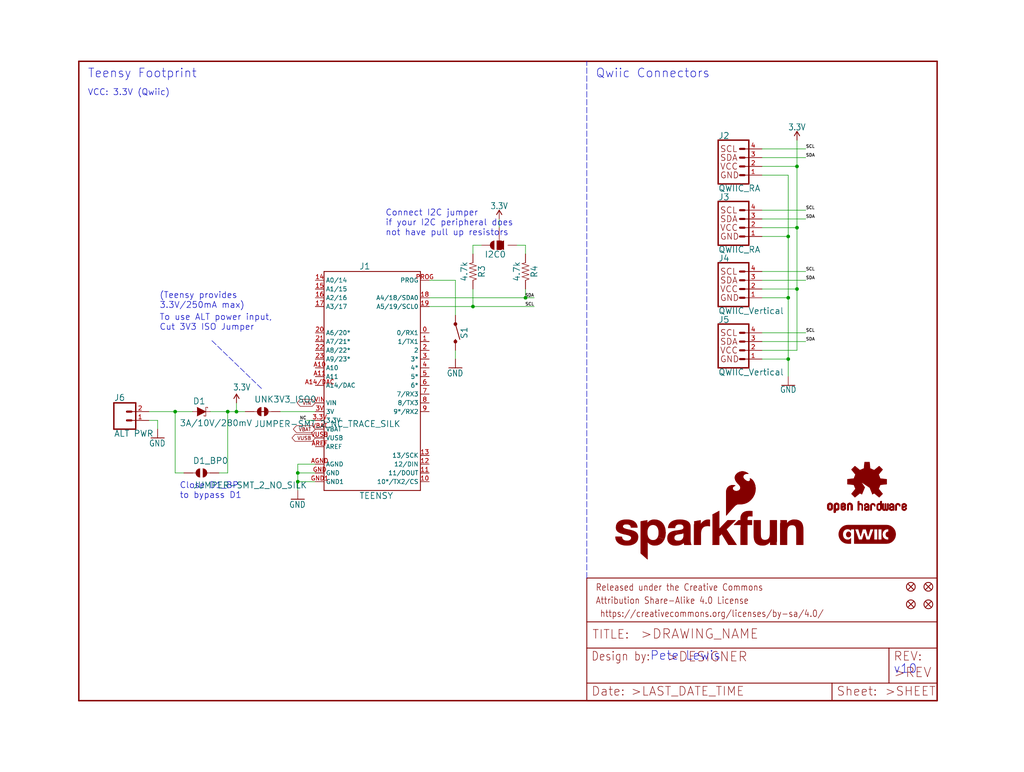
<source format=kicad_sch>
(kicad_sch (version 20211123) (generator eeschema)
  (paper "User" 297.002 223.926)
  (lib_symbols
    (symbol "eagleSchem-eagle-import:3.3V" (power)
      (property "Value" "3.3V" (at 0 2.794 0))
      (symbol "3.3V_1_0"
        (pin power_in line (at 0 0 90) (length 2.54) (name "3.3V") (number "1"))
      )
    )
    (symbol "eagleSchem-eagle-import:4.7KOHM-0603-1{slash}10W-1%"
      (property "Reference" "R" (at 0 1.524 0))
      (property "Value" "4.7KOHM-0603-1{slash}10W-1%" (at 0 -1.524 0))
      (symbol "4.7KOHM-0603-1{slash}10W-1%_1_0"
        (pin passive line (at -5.08 0 0) (length 2.54) (name "1") (number "1"))
        (pin passive line (at 5.08 0 180) (length 2.54) (name "2") (number "2"))
      )
    )
    (symbol "eagleSchem-eagle-import:CONN_021X02_NO_SILK"
      (property "Reference" "J" (at -2.54 5.588 0))
      (property "Value" "CONN_021X02_NO_SILK" (at -2.54 -4.826 0))
      (symbol "CONN_021X02_NO_SILK_1_0"
        (pin passive line (at 7.62 0 180) (length 5.08) (name "1") (number "1"))
        (pin passive line (at 7.62 2.54 180) (length 5.08) (name "2") (number "2"))
      )
    )
    (symbol "eagleSchem-eagle-import:DIODE-SCHOTTKY-BAT60A"
      (property "Reference" "D" (at -2.54 2.032 0))
      (property "Value" "DIODE-SCHOTTKY-BAT60A" (at -2.54 -2.032 0))
      (symbol "DIODE-SCHOTTKY-BAT60A_1_0"
        (pin passive line (at -2.54 0 0) (length 0) (name "A") (number "A"))
        (pin passive line (at 2.54 0 180) (length 0) (name "C") (number "C"))
      )
    )
    (symbol "eagleSchem-eagle-import:FIDUCIAL1X2")
    (symbol "eagleSchem-eagle-import:FRAME-LETTER"
      (symbol "FRAME-LETTER_2_0"
        (text " https://creativecommons.org/licenses/by-sa/4.0/" (at 2.54 24.13 0) (effects (font (size 1.9304 1.6408)) (justify left bottom)))
        (text ">DESIGNER" (at 23.114 11.176 0) (effects (font (size 2.7432 2.7432)) (justify left bottom)))
        (text ">DRAWING_NAME" (at 15.494 17.78 0) (effects (font (size 2.7432 2.7432)) (justify left bottom)))
        (text ">LAST_DATE_TIME" (at 12.7 1.27 0) (effects (font (size 2.54 2.54)) (justify left bottom)))
        (text ">REV" (at 88.9 6.604 0) (effects (font (size 2.7432 2.7432)) (justify left bottom)))
        (text ">SHEET" (at 86.36 1.27 0) (effects (font (size 2.54 2.54)) (justify left bottom)))
        (text "Attribution Share-Alike 4.0 License" (at 2.54 27.94 0) (effects (font (size 1.9304 1.6408)) (justify left bottom)))
        (text "Date:" (at 1.27 1.27 0) (effects (font (size 2.54 2.54)) (justify left bottom)))
        (text "Design by:" (at 1.27 11.43 0) (effects (font (size 2.54 2.159)) (justify left bottom)))
        (text "Released under the Creative Commons" (at 2.54 31.75 0) (effects (font (size 1.9304 1.6408)) (justify left bottom)))
        (text "REV:" (at 88.9 11.43 0) (effects (font (size 2.54 2.54)) (justify left bottom)))
        (text "Sheet:" (at 72.39 1.27 0) (effects (font (size 2.54 2.54)) (justify left bottom)))
        (text "TITLE:" (at 1.524 17.78 0) (effects (font (size 2.54 2.54)) (justify left bottom)))
      )
    )
    (symbol "eagleSchem-eagle-import:GND" (power)
      (property "Value" "GND" (at 0 -0.254 0))
      (symbol "GND_1_0"
        (pin power_in line (at 0 2.54 270) (length 2.54) (name "GND") (number "1"))
      )
    )
    (symbol "eagleSchem-eagle-import:JUMPER-SMT_2_NC_TRACE_SILK"
      (property "Reference" "JP" (at -2.54 2.54 0))
      (property "Value" "JUMPER-SMT_2_NC_TRACE_SILK" (at -2.54 -2.54 0))
      (symbol "JUMPER-SMT_2_NC_TRACE_SILK_1_0"
        (pin passive line (at -5.08 0 0) (length 2.54) (name "1") (number "1"))
        (pin passive line (at 5.08 0 180) (length 2.54) (name "2") (number "2"))
      )
    )
    (symbol "eagleSchem-eagle-import:JUMPER-SMT_2_NO_SILK"
      (property "Reference" "JP" (at -2.54 2.54 0))
      (property "Value" "JUMPER-SMT_2_NO_SILK" (at -2.54 -2.54 0))
      (symbol "JUMPER-SMT_2_NO_SILK_1_0"
        (pin passive line (at -5.08 0 0) (length 2.54) (name "1") (number "1"))
        (pin passive line (at 5.08 0 180) (length 2.54) (name "2") (number "2"))
      )
    )
    (symbol "eagleSchem-eagle-import:JUMPER-SMT_3_NO_SILK"
      (property "Reference" "JP" (at 2.54 0.381 0))
      (property "Value" "JUMPER-SMT_3_NO_SILK" (at 2.54 -0.381 0))
      (symbol "JUMPER-SMT_3_NO_SILK_1_0"
        (pin passive line (at 0 5.08 270) (length 2.54) (name "1") (number "1"))
        (pin passive line (at -5.08 0 0) (length 2.54) (name "2") (number "2"))
        (pin passive line (at 0 -5.08 90) (length 2.54) (name "3") (number "3"))
      )
    )
    (symbol "eagleSchem-eagle-import:MOMENTARY-SWITCH-SPST-SMD-5.2MM-TALL"
      (property "Reference" "S" (at 0 1.524 0))
      (property "Value" "MOMENTARY-SWITCH-SPST-SMD-5.2MM-TALL" (at 0 -0.508 0))
      (symbol "MOMENTARY-SWITCH-SPST-SMD-5.2MM-TALL_1_0"
        (pin passive line (at -5.08 0 0) (length 2.54) (name "1") (number "1"))
        (pin passive line (at 5.08 0 180) (length 2.54) (name "2") (number "3"))
      )
    )
    (symbol "eagleSchem-eagle-import:OSHW-LOGOS")
    (symbol "eagleSchem-eagle-import:QWIIC_CONNECTOR"
      (property "Reference" "J" (at -5.08 7.874 0))
      (property "Value" "QWIIC_CONNECTOR" (at -5.08 -5.334 0))
      (symbol "QWIIC_CONNECTOR_1_0"
        (text "GND" (at -4.572 -2.54 0) (effects (font (size 1.778 1.778)) (justify left)))
        (text "SCL" (at -4.572 5.08 0) (effects (font (size 1.778 1.778)) (justify left)))
        (text "SDA" (at -4.572 2.54 0) (effects (font (size 1.778 1.778)) (justify left)))
        (text "VCC" (at -4.572 0 0) (effects (font (size 1.778 1.778)) (justify left)))
        (pin power_in line (at 7.62 -2.54 180) (length 5.08) (name "1") (number "1"))
        (pin power_in line (at 7.62 0 180) (length 5.08) (name "2") (number "2"))
        (pin passive line (at 7.62 2.54 180) (length 5.08) (name "3") (number "3"))
        (pin passive line (at 7.62 5.08 180) (length 5.08) (name "4") (number "4"))
      )
    )
    (symbol "eagleSchem-eagle-import:QWIIC_CONNECTORJS-1MM"
      (property "Reference" "J" (at -5.08 7.874 0))
      (property "Value" "QWIIC_CONNECTORJS-1MM" (at -5.08 -5.334 0))
      (symbol "QWIIC_CONNECTORJS-1MM_1_0"
        (text "GND" (at -4.572 -2.54 0) (effects (font (size 1.778 1.778)) (justify left)))
        (text "SCL" (at -4.572 5.08 0) (effects (font (size 1.778 1.778)) (justify left)))
        (text "SDA" (at -4.572 2.54 0) (effects (font (size 1.778 1.778)) (justify left)))
        (text "VCC" (at -4.572 0 0) (effects (font (size 1.778 1.778)) (justify left)))
        (pin power_in line (at 7.62 -2.54 180) (length 5.08) (name "1") (number "1"))
        (pin power_in line (at 7.62 0 180) (length 5.08) (name "2") (number "2"))
        (pin passive line (at 7.62 2.54 180) (length 5.08) (name "3") (number "3"))
        (pin passive line (at 7.62 5.08 180) (length 5.08) (name "4") (number "4"))
      )
    )
    (symbol "eagleSchem-eagle-import:QWIIC_LOGO_5MM")
    (symbol "eagleSchem-eagle-import:SFE_LOGO_FLAME.1_INCH")
    (symbol "eagleSchem-eagle-import:SFE_LOGO_NAME_FLAME.1_INCH")
    (symbol "eagleSchem-eagle-import:TEENSYNOSILK"
      (property "Reference" "B" (at -5.08 30.734 0))
      (property "Value" "TEENSYNOSILK" (at -5.08 -33.274 0))
      (symbol "TEENSYNOSILK_1_0"
        (pin bidirectional line (at 15.24 12.7 180) (length 2.54) (name "0/RX1") (number "0"))
        (pin bidirectional line (at 15.24 10.16 180) (length 2.54) (name "1/TX1") (number "1"))
        (pin bidirectional line (at 15.24 -30.48 180) (length 2.54) (name "10*/TX2/CS") (number "10"))
        (pin bidirectional line (at 15.24 -27.94 180) (length 2.54) (name "11/DOUT") (number "11"))
        (pin bidirectional line (at 15.24 -25.4 180) (length 2.54) (name "12/DIN") (number "12"))
        (pin bidirectional line (at 15.24 -22.86 180) (length 2.54) (name "13/SCK") (number "13"))
        (pin bidirectional line (at -17.78 27.94 0) (length 2.54) (name "A0/14") (number "14"))
        (pin bidirectional line (at -17.78 25.4 0) (length 2.54) (name "A1/15") (number "15"))
        (pin bidirectional line (at -17.78 22.86 0) (length 2.54) (name "A2/16") (number "16"))
        (pin bidirectional line (at -17.78 20.32 0) (length 2.54) (name "A3/17") (number "17"))
        (pin bidirectional line (at 15.24 22.86 180) (length 2.54) (name "A4/18/SDA0") (number "18"))
        (pin bidirectional line (at 15.24 20.32 180) (length 2.54) (name "A5/19/SCL0") (number "19"))
        (pin bidirectional line (at 15.24 7.62 180) (length 2.54) (name "2") (number "2"))
        (pin bidirectional line (at -17.78 12.7 0) (length 2.54) (name "A6/20*") (number "20"))
        (pin bidirectional line (at -17.78 10.16 0) (length 2.54) (name "A7/21*") (number "21"))
        (pin bidirectional line (at -17.78 7.62 0) (length 2.54) (name "A8/22*") (number "22"))
        (pin bidirectional line (at -17.78 5.08 0) (length 2.54) (name "A9/23*") (number "23"))
        (pin bidirectional line (at 15.24 5.08 180) (length 2.54) (name "3*") (number "3"))
        (pin power_in line (at -17.78 -12.7 0) (length 2.54) (name "3.3V") (number "3.3V"))
        (pin power_in line (at -17.78 -10.16 0) (length 2.54) (name "3V") (number "3V"))
        (pin bidirectional line (at 15.24 2.54 180) (length 2.54) (name "4*") (number "4"))
        (pin bidirectional line (at 15.24 0 180) (length 2.54) (name "5*") (number "5"))
        (pin bidirectional line (at 15.24 -2.54 180) (length 2.54) (name "6*") (number "6"))
        (pin bidirectional line (at 15.24 -5.08 180) (length 2.54) (name "7/RX3") (number "7"))
        (pin bidirectional line (at 15.24 -7.62 180) (length 2.54) (name "8/TX3") (number "8"))
        (pin bidirectional line (at 15.24 -10.16 180) (length 2.54) (name "9*/RX2") (number "9"))
        (pin bidirectional line (at -17.78 2.54 0) (length 2.54) (name "A10") (number "A10"))
        (pin bidirectional line (at -17.78 0 0) (length 2.54) (name "A11") (number "A11"))
        (pin bidirectional line (at -17.78 -2.54 0) (length 2.54) (name "A14/DAC") (number "A14/DAC"))
        (pin power_in line (at -17.78 -25.4 0) (length 2.54) (name "AGND") (number "AGND"))
        (pin bidirectional line (at -17.78 -20.32 0) (length 2.54) (name "AREF") (number "AREF"))
        (pin power_in line (at -17.78 -27.94 0) (length 2.54) (name "GND") (number "GND"))
        (pin power_in line (at -17.78 -30.48 0) (length 2.54) (name "GND1") (number "GND1"))
        (pin bidirectional line (at 15.24 27.94 180) (length 2.54) (name "PROG") (number "PROG"))
        (pin power_in line (at -17.78 -15.24 0) (length 2.54) (name "VBAT") (number "VBAT"))
        (pin power_in line (at -17.78 -7.62 0) (length 2.54) (name "VIN") (number "VIN"))
        (pin power_in line (at -17.78 -17.78 0) (length 2.54) (name "VUSB") (number "VUSB"))
      )
    )
  )
  (junction (at 231.14 66.04))
  (junction (at 228.6 104.14))
  (junction (at 228.6 68.58))
  (junction (at 231.14 83.82))
  (junction (at 231.14 48.26))
  (junction (at 50.8 119.38))
  (junction (at 137.16 88.9))
  (junction (at 66.04 119.38))
  (junction (at 68.58 119.38))
  (junction (at 86.36 137.16))
  (junction (at 152.4 86.36))
  (junction (at 86.36 139.7))
  (junction (at 228.6 86.36))
  (wire (pts (xy 152.4 71.12) (xy 149.86 71.12)))
  (wire (pts (xy 66.04 137.16) (xy 63.5 137.16)))
  (wire (pts (xy 71.12 119.38) (xy 68.58 119.38)))
  (wire (pts (xy 124.46 86.36) (xy 152.4 86.36)))
  (wire (pts (xy 91.44 137.16) (xy 86.36 137.16)))
  (wire (pts (xy 220.98 86.36) (xy 228.6 86.36)))
  (wire (pts (xy 231.14 66.04) (xy 231.14 83.82)))
  (wire (pts (xy 86.36 134.62) (xy 86.36 137.16)))
  (wire (pts (xy 86.36 139.7) (xy 86.36 142.24)))
  (wire (pts (xy 45.72 121.92) (xy 45.72 124.46)))
  (wire (pts (xy 220.98 96.52) (xy 233.68 96.52)))
  (wire (pts (xy 50.8 119.38) (xy 55.88 119.38)))
  (wire (pts (xy 137.16 71.12) (xy 137.16 73.66)))
  (wire (pts (xy 220.98 99.06) (xy 233.68 99.06)))
  (wire (pts (xy 91.44 119.38) (xy 81.28 119.38)))
  (wire (pts (xy 228.6 86.36) (xy 228.6 68.58)))
  (wire (pts (xy 66.04 119.38) (xy 66.04 137.16)))
  (wire (pts (xy 220.98 81.28) (xy 233.68 81.28)))
  (wire (pts (xy 43.18 119.38) (xy 50.8 119.38)))
  (wire (pts (xy 220.98 48.26) (xy 231.14 48.26)))
  (wire (pts (xy 220.98 63.5) (xy 233.68 63.5)))
  (polyline (pts (xy 61.468 98.806) (xy 76.2 113.03)))
  (wire (pts (xy 228.6 50.8) (xy 220.98 50.8)))
  (wire (pts (xy 228.6 104.14) (xy 228.6 86.36)))
  (wire (pts (xy 124.46 88.9) (xy 137.16 88.9)))
  (wire (pts (xy 220.98 43.18) (xy 233.68 43.18)))
  (wire (pts (xy 228.6 68.58) (xy 228.6 50.8)))
  (wire (pts (xy 53.34 137.16) (xy 50.8 137.16)))
  (wire (pts (xy 132.08 104.14) (xy 132.08 101.6)))
  (wire (pts (xy 231.14 48.26) (xy 231.14 66.04)))
  (wire (pts (xy 50.8 137.16) (xy 50.8 119.38)))
  (wire (pts (xy 152.4 86.36) (xy 154.94 86.36)))
  (wire (pts (xy 144.78 63.5) (xy 144.78 66.04)))
  (wire (pts (xy 220.98 45.72) (xy 233.68 45.72)))
  (wire (pts (xy 231.14 48.26) (xy 231.14 40.64)))
  (wire (pts (xy 220.98 78.74) (xy 233.68 78.74)))
  (wire (pts (xy 91.44 139.7) (xy 86.36 139.7)))
  (wire (pts (xy 152.4 73.66) (xy 152.4 71.12)))
  (wire (pts (xy 231.14 101.6) (xy 220.98 101.6)))
  (wire (pts (xy 220.98 104.14) (xy 228.6 104.14)))
  (wire (pts (xy 228.6 104.14) (xy 228.6 109.22)))
  (wire (pts (xy 231.14 83.82) (xy 231.14 101.6)))
  (polyline (pts (xy 170.18 167.64) (xy 170.18 17.78)))
  (wire (pts (xy 228.6 68.58) (xy 220.98 68.58)))
  (wire (pts (xy 45.72 121.92) (xy 43.18 121.92)))
  (wire (pts (xy 124.46 81.28) (xy 132.08 81.28)))
  (wire (pts (xy 139.7 71.12) (xy 137.16 71.12)))
  (wire (pts (xy 60.96 119.38) (xy 66.04 119.38)))
  (wire (pts (xy 152.4 83.82) (xy 152.4 86.36)))
  (wire (pts (xy 220.98 83.82) (xy 231.14 83.82)))
  (wire (pts (xy 68.58 119.38) (xy 68.58 116.84)))
  (wire (pts (xy 137.16 88.9) (xy 154.94 88.9)))
  (wire (pts (xy 91.44 134.62) (xy 86.36 134.62)))
  (wire (pts (xy 137.16 83.82) (xy 137.16 88.9)))
  (wire (pts (xy 220.98 60.96) (xy 233.68 60.96)))
  (wire (pts (xy 132.08 81.28) (xy 132.08 91.44)))
  (wire (pts (xy 231.14 66.04) (xy 220.98 66.04)))
  (wire (pts (xy 86.36 137.16) (xy 86.36 139.7)))
  (wire (pts (xy 91.44 121.92) (xy 88.9 121.92)))
  (wire (pts (xy 66.04 119.38) (xy 68.58 119.38)))
  (text "v10" (at 259.08 195.58 180) (effects (font (size 2.54 2.54)) (justify left bottom)))
  (text "Teensy Footprint" (at 25.4 22.86 180) (effects (font (size 2.54 2.54)) (justify left bottom)))
  (text "Connect I2C jumper\nif your I2C peripheral does\nnot have pull up resistors" (at 111.76 68.58 0) (effects (font (size 1.778 1.778)) (justify left bottom)))
  (text "Qwiic Connectors" (at 172.72 22.86 180) (effects (font (size 2.54 2.54)) (justify left bottom)))
  (text "VCC: 3.3V (Qwiic)" (at 25.4 27.94 180) (effects (font (size 1.778 1.778)) (justify left bottom)))
  (text "Close D1_BP\nto bypass D1" (at 52.07 144.78 180) (effects (font (size 1.778 1.778)) (justify left bottom)))
  (text "(Teensy provides\n3.3V/250mA max)" (at 46.228 89.662 180) (effects (font (size 1.778 1.778)) (justify left bottom)))
  (text "To use ALT power input,\nCut 3V3 ISO Jumper" (at 46.228 96.012 180) (effects (font (size 1.778 1.778)) (justify left bottom)))
  (text "Pete Lewis" (at 188.468 191.77 180) (effects (font (size 2.54 2.54)) (justify left bottom)))
  (label "SDA" (at 233.68 99.06 0) (effects (font (size 0.889 0.889))))
  (label "SDA" (at 233.68 63.5 0) (effects (font (size 0.889 0.889))))
  (label "SDA" (at 233.68 45.72 0) (effects (font (size 0.889 0.889))))
  (label "SCL" (at 233.68 78.74 0) (effects (font (size 0.889 0.889))))
  (label "SCL" (at 233.68 43.18 0) (effects (font (size 0.889 0.889))))
  (label "SCL" (at 233.68 60.96 0) (effects (font (size 0.889 0.889))))
  (label "SCL" (at 233.68 96.52 0) (effects (font (size 0.889 0.889))))
  (label "SDA" (at 233.68 81.28 0) (effects (font (size 0.889 0.889))))
  (label "SCL" (at 154.94 88.9 180) (effects (font (size 0.889 0.889))))
  (label "SDA" (at 154.94 86.36 180) (effects (font (size 0.889 0.889))))
  (label "NC" (at 88.9 121.92 180) (effects (font (size 0.889 0.889))))
  (global_label "VBAT" (shape bidirectional) (at 91.44 124.46 180) (effects (font (size 1.016 1.016))) (property "Intersheet References" "${INTERSHEET_REFS}" (effects hide)))
  (global_label "VUSB" (shape bidirectional) (at 91.44 127 180) (effects (font (size 1.016 1.016))) (property "Intersheet References" "${INTERSHEET_REFS}" (effects hide)))
  (global_label "VIN" (shape bidirectional) (at 91.44 116.84 180) (effects (font (size 1.016 1.016))) (property "Intersheet References" "${INTERSHEET_REFS}" (effects hide)))
  (symbol (lib_id "eagleSchem-eagle-import:3.3V") (at 68.58 116.84 0) (unit 1)
    (property "Reference" "#SUPPLY7" (effects hide))
    (property "Value" "3.3V" (at 67.564 113.284 0) (effects (font (size 1.778 1.5113)) (justify left bottom)))
    (property "Footprint" "eagleSchem:" (effects hide))
  )
  (symbol (lib_id "eagleSchem-eagle-import:3.3V") (at 144.78 63.5 0) (mirror y) (unit 1)
    (property "Reference" "#SUPPLY4" (effects hide))
    (property "Value" "3.3V" (at 144.78 60.706 0) (effects (font (size 1.778 1.5113)) (justify bottom)))
    (property "Footprint" "eagleSchem:" (effects hide))
  )
  (symbol (lib_id "eagleSchem-eagle-import:QWIIC_CONNECTOR") (at 213.36 101.6 0) (unit 1)
    (property "Reference" "J5" (at 208.28 93.726 0) (effects (font (size 1.778 1.778)) (justify left bottom)))
    (property "Value" "QWIIC_Vertical" (at 208.28 106.934 0) (effects (font (size 1.778 1.778)) (justify left top)))
    (property "Footprint" "eagleSchem:JST04_1MM_VERT" (effects hide))
  )
  (symbol (lib_id "eagleSchem-eagle-import:MOMENTARY-SWITCH-SPST-SMD-5.2MM-TALL") (at 132.08 96.52 270) (unit 1)
    (property "Reference" "S1" (at 133.604 96.52 0) (effects (font (size 1.778 1.778)) (justify bottom)))
    (property "Value" "SMD_5.2MM" (effects hide))
    (property "Footprint" "eagleSchem:TACTILE_SWITCH_SMD_5.2MM" (effects hide))
  )
  (symbol (lib_id "eagleSchem-eagle-import:QWIIC_CONNECTORJS-1MM") (at 213.36 66.04 0) (unit 1)
    (property "Reference" "J3" (at 208.28 58.166 0) (effects (font (size 1.778 1.778)) (justify left bottom)))
    (property "Value" "QWIIC_RA" (at 208.28 71.374 0) (effects (font (size 1.778 1.778)) (justify left top)))
    (property "Footprint" "eagleSchem:JST04_1MM_RA" (effects hide))
  )
  (symbol (lib_id "eagleSchem-eagle-import:JUMPER-SMT_3_NO_SILK") (at 144.78 71.12 90) (mirror x) (unit 1)
    (property "Reference" "I2C0" (at 146.812 74.803 90) (effects (font (size 1.778 1.778)) (justify left bottom)))
    (property "Value" "JUMPER-SMT_3_NO_SILK" (effects hide))
    (property "Footprint" "eagleSchem:SMT-JUMPER_3_NO_SILK" (effects hide))
  )
  (symbol (lib_id "eagleSchem-eagle-import:FRAME-LETTER") (at 170.18 203.2 0) (unit 2)
    (property "Reference" "FRAME1" (effects hide))
    (property "Value" "FRAME-LETTER" (effects hide))
    (property "Footprint" "eagleSchem:CREATIVE_COMMONS" (effects hide))
  )
  (symbol (lib_id "eagleSchem-eagle-import:QWIIC_LOGO_5MM") (at 251.46 154.94 0) (unit 1)
    (property "Reference" "LOGO4" (effects hide))
    (property "Value" "QWIIC_LOGO_5MM" (effects hide))
    (property "Footprint" "eagleSchem:QWIIC_5MM" (effects hide))
  )
  (symbol (lib_id "eagleSchem-eagle-import:FIDUCIAL1X2") (at 269.24 175.26 0) (unit 1)
    (property "Reference" "FD4" (effects hide))
    (property "Value" "FIDUCIAL1X2" (effects hide))
    (property "Footprint" "eagleSchem:FIDUCIAL-1X2" (effects hide))
  )
  (symbol (lib_id "eagleSchem-eagle-import:GND") (at 228.6 111.76 0) (unit 1)
    (property "Reference" "#GND1" (effects hide))
    (property "Value" "GND" (at 228.6 112.014 0) (effects (font (size 1.778 1.5113)) (justify top)))
    (property "Footprint" "eagleSchem:" (effects hide))
  )
  (symbol (lib_id "eagleSchem-eagle-import:OSHW-LOGOS") (at 251.46 139.7 0) (unit 1)
    (property "Reference" "LOGO3" (effects hide))
    (property "Value" "OSHW-LOGOS" (effects hide))
    (property "Footprint" "eagleSchem:OSHW-LOGO-S" (effects hide))
  )
  (symbol (lib_id "eagleSchem-eagle-import:4.7KOHM-0603-1{slash}10W-1%") (at 137.16 78.74 270) (mirror x) (unit 1)
    (property "Reference" "R3" (at 138.684 78.74 0) (effects (font (size 1.778 1.778)) (justify bottom)))
    (property "Value" "4.7k" (at 135.636 78.74 0) (effects (font (size 1.778 1.778)) (justify top)))
    (property "Footprint" "eagleSchem:0603" (effects hide))
  )
  (symbol (lib_id "eagleSchem-eagle-import:FIDUCIAL1X2") (at 264.16 170.18 0) (unit 1)
    (property "Reference" "FD2" (effects hide))
    (property "Value" "FIDUCIAL1X2" (effects hide))
    (property "Footprint" "eagleSchem:FIDUCIAL-1X2" (effects hide))
  )
  (symbol (lib_id "eagleSchem-eagle-import:GND") (at 45.72 127 0) (unit 1)
    (property "Reference" "#GND2" (effects hide))
    (property "Value" "GND" (at 43.18 129.54 0) (effects (font (size 1.778 1.5113)) (justify left bottom)))
    (property "Footprint" "eagleSchem:" (effects hide))
  )
  (symbol (lib_id "eagleSchem-eagle-import:FRAME-LETTER") (at 22.86 203.2 0) (unit 1)
    (property "Reference" "FRAME1" (effects hide))
    (property "Value" "FRAME-LETTER" (effects hide))
    (property "Footprint" "eagleSchem:CREATIVE_COMMONS" (effects hide))
  )
  (symbol (lib_id "eagleSchem-eagle-import:3.3V") (at 231.14 40.64 0) (unit 1)
    (property "Reference" "#SUPPLY1" (effects hide))
    (property "Value" "3.3V" (at 231.14 37.846 0) (effects (font (size 1.778 1.5113)) (justify bottom)))
    (property "Footprint" "eagleSchem:" (effects hide))
  )
  (symbol (lib_id "eagleSchem-eagle-import:DIODE-SCHOTTKY-BAT60A") (at 58.42 119.38 0) (unit 1)
    (property "Reference" "D1" (at 55.88 117.348 0) (effects (font (size 1.778 1.778)) (justify left bottom)))
    (property "Value" "3A/10V/280mV" (at 52.07 121.666 0) (effects (font (size 1.778 1.778)) (justify left top)))
    (property "Footprint" "eagleSchem:SOD-323" (effects hide))
  )
  (symbol (lib_id "eagleSchem-eagle-import:TEENSYNOSILK") (at 109.22 109.22 0) (unit 1)
    (property "Reference" "J1" (at 104.14 76.2 0) (effects (font (size 1.778 1.778)) (justify left top)))
    (property "Value" "TEENSY" (at 104.14 144.78 0) (effects (font (size 1.778 1.778)) (justify left bottom)))
    (property "Footprint" "eagleSchem:TEENSY_NOSILK" (effects hide))
  )
  (symbol (lib_id "eagleSchem-eagle-import:QWIIC_CONNECTORJS-1MM") (at 213.36 48.26 0) (unit 1)
    (property "Reference" "J2" (at 208.28 40.386 0) (effects (font (size 1.778 1.778)) (justify left bottom)))
    (property "Value" "QWIIC_RA" (at 208.28 53.594 0) (effects (font (size 1.778 1.778)) (justify left top)))
    (property "Footprint" "eagleSchem:JST04_1MM_RA" (effects hide))
  )
  (symbol (lib_id "eagleSchem-eagle-import:SFE_LOGO_NAME_FLAME.1_INCH") (at 177.8 162.56 0) (unit 1)
    (property "Reference" "LOGO1" (effects hide))
    (property "Value" "SFE_LOGO_NAME_FLAME.1_INCH" (effects hide))
    (property "Footprint" "eagleSchem:SFE_LOGO_NAME_FLAME_.1" (effects hide))
  )
  (symbol (lib_id "eagleSchem-eagle-import:QWIIC_CONNECTOR") (at 213.36 83.82 0) (unit 1)
    (property "Reference" "J4" (at 208.28 75.946 0) (effects (font (size 1.778 1.778)) (justify left bottom)))
    (property "Value" "QWIIC_Vertical" (at 208.28 89.154 0) (effects (font (size 1.778 1.778)) (justify left top)))
    (property "Footprint" "eagleSchem:JST04_1MM_VERT" (effects hide))
  )
  (symbol (lib_id "eagleSchem-eagle-import:JUMPER-SMT_2_NO_SILK") (at 58.42 137.16 0) (unit 1)
    (property "Reference" "D1_BP0" (at 55.88 134.62 0) (effects (font (size 1.778 1.778)) (justify left bottom)))
    (property "Value" "JUMPER-SMT_2_NO_SILK" (at 55.88 139.7 0) (effects (font (size 1.778 1.778)) (justify left top)))
    (property "Footprint" "eagleSchem:SMT-JUMPER_2_NO_SILK" (effects hide))
  )
  (symbol (lib_id "eagleSchem-eagle-import:GND") (at 132.08 106.68 0) (unit 1)
    (property "Reference" "#GND4" (effects hide))
    (property "Value" "GND" (at 129.54 109.22 0) (effects (font (size 1.778 1.5113)) (justify left bottom)))
    (property "Footprint" "eagleSchem:" (effects hide))
  )
  (symbol (lib_id "eagleSchem-eagle-import:GND") (at 86.36 144.78 0) (unit 1)
    (property "Reference" "#GND3" (effects hide))
    (property "Value" "GND" (at 83.82 147.32 0) (effects (font (size 1.778 1.5113)) (justify left bottom)))
    (property "Footprint" "eagleSchem:" (effects hide))
  )
  (symbol (lib_id "eagleSchem-eagle-import:JUMPER-SMT_2_NC_TRACE_SILK") (at 76.2 119.38 0) (unit 1)
    (property "Reference" "UNK3V3_ISO0" (at 73.66 116.84 0) (effects (font (size 1.778 1.778)) (justify left bottom)))
    (property "Value" "JUMPER-SMT_2_NC_TRACE_SILK" (at 73.66 121.92 0) (effects (font (size 1.778 1.778)) (justify left top)))
    (property "Footprint" "eagleSchem:SMT-JUMPER_2_NC_TRACE_SILK" (effects hide))
  )
  (symbol (lib_id "eagleSchem-eagle-import:FIDUCIAL1X2") (at 269.24 170.18 0) (unit 1)
    (property "Reference" "FD1" (effects hide))
    (property "Value" "FIDUCIAL1X2" (effects hide))
    (property "Footprint" "eagleSchem:FIDUCIAL-1X2" (effects hide))
  )
  (symbol (lib_id "eagleSchem-eagle-import:SFE_LOGO_FLAME.1_INCH") (at 210.2866 149.9616 0) (unit 1)
    (property "Reference" "LOGO2" (effects hide))
    (property "Value" "SFE_LOGO_FLAME.1_INCH" (effects hide))
    (property "Footprint" "eagleSchem:SFE_LOGO_FLAME_.1" (effects hide))
  )
  (symbol (lib_id "eagleSchem-eagle-import:4.7KOHM-0603-1{slash}10W-1%") (at 152.4 78.74 270) (mirror x) (unit 1)
    (property "Reference" "R4" (at 153.924 78.74 0) (effects (font (size 1.778 1.778)) (justify bottom)))
    (property "Value" "4.7k" (at 150.876 78.74 0) (effects (font (size 1.778 1.778)) (justify top)))
    (property "Footprint" "eagleSchem:0603" (effects hide))
  )
  (symbol (lib_id "eagleSchem-eagle-import:CONN_021X02_NO_SILK") (at 35.56 121.92 0) (unit 1)
    (property "Reference" "J6" (at 33.02 116.332 0) (effects (font (size 1.778 1.778)) (justify left bottom)))
    (property "Value" "ALT PWR" (at 33.02 126.746 0) (effects (font (size 1.778 1.778)) (justify left bottom)))
    (property "Footprint" "eagleSchem:1X02_NO_SILK" (effects hide))
  )
  (symbol (lib_id "eagleSchem-eagle-import:FIDUCIAL1X2") (at 264.16 175.26 0) (unit 1)
    (property "Reference" "FD3" (effects hide))
    (property "Value" "FIDUCIAL1X2" (effects hide))
    (property "Footprint" "eagleSchem:FIDUCIAL-1X2" (effects hide))
  )
)
</source>
